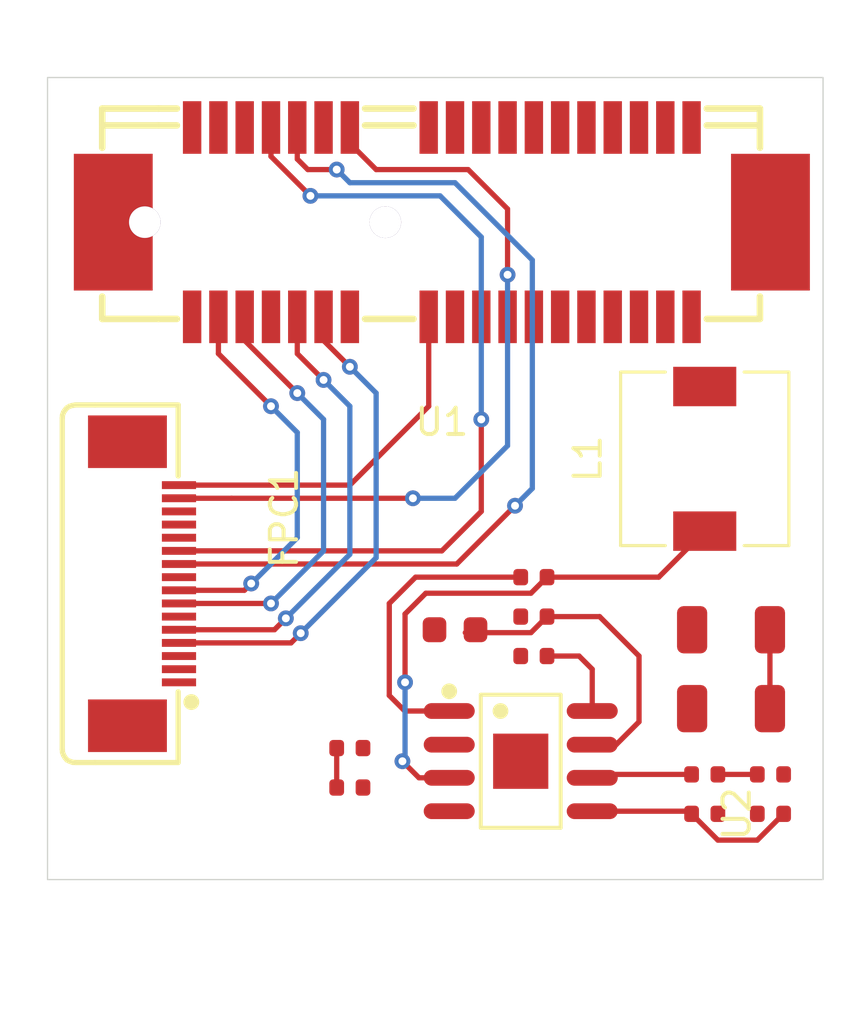
<source format=kicad_pcb>
(kicad_pcb (version 20241229) (generator "pcbnew") (generator_version "9.0")
  (title_block (title "Equip-1 PCIe Connector") (date "2025-09-09") (company "Computer Equipment Group"))
  (layers (0 "F.Cu" signal) (4 "In1.Cu" signal) (6 "In2.Cu" signal) (2 "B.Cu" signal) (13 "F.Paste" user) (15 "B.Paste" user) (5 "F.SilkS" user "F.Silkscreen") (7 "B.SilkS" user "B.Silkscreen") (1 "F.Mask" user) (3 "B.Mask" user) (25 "Edge.Cuts" user))
  (net 0 "")
  (net 1 "+5V")
  (net 2 "Net-(U2-EN)")
  (net 3 "Net-(U2-SS)")
  (net 4 "GND")
  (net 5 "Net-(C3-Pad2)")
  (net 6 "Net-(U2-COMP)")
  (net 7 "Net-(U2-BOOT)")
  (net 8 "Net-(U2-SW)")
  (net 9 "+3.3V")
  (net 10 "/PCIE_TX_P")
  (net 12 "/PCIE_PWR_EN")
  (net 13 "/PCIE_TX_N")
  (net 14 "/PCIE_RX_N")
  (net 15 "/PCIE_DET_WAKE")
  (net 16 "/PCIE_CLK_N")
  (net 17 "/PCIE_CLK_P")
  (net 18 "/PCIE_RST_B")
  (net 19 "/PCIE_RX_P")
  (net 21 "/PCIE_CLKREQ_N")
  (net 22 "Net-(U2-FB)")
  (net 35 "Net-(C1-Pad2)")
  (net 36 "Net-(C5-Pad2)")
  (footprint "PCM_JLCPCB:C_0402" (layer "F.Cu") (at 39 47.5)
    (property "Reference" "C6" (hide yes))
    (property "Value" "10uF")
    (pad "1" smd roundrect (at -0.5 0) (size 0.56 0.62) (layers "F.Cu" "F.Mask" "F.Paste") (net 35 "Net-(C1-Pad2)"))
    (pad "2" smd roundrect (at 0.5 0) (size 0.56 0.62) (layers "F.Cu" "F.Mask" "F.Paste") (net 4 "GND"))
  )
  (footprint "Inductor_SMD:L_6.3x6.3_H3" (layer "F.Cu") (at 52.5 35 90)
    (property "Reference" "L1" (at 0 -4.45 90) (layer "F.SilkS"))
    (property "Value" "10µH")
    (fp_line (start 3.3 -3.2) (end 3.3 -1.5) (stroke (width 0.12)) (layer "F.SilkS"))
    (fp_line (start -3.3 -3.2) (end 3.3 -3.2) (stroke (width 0.12)) (layer "F.SilkS"))
    (fp_line (start -3.3 -1.5) (end -3.3 -3.2) (stroke (width 0.12)) (layer "F.SilkS"))
    (fp_line (start 3.3 1.5) (end 3.3 3.2) (stroke (width 0.12)) (layer "F.SilkS"))
    (fp_line (start 3.3 3.2) (end -3.3 3.2) (stroke (width 0.12)) (layer "F.SilkS"))
    (fp_line (start -3.3 3.2) (end -3.3 1.5) (stroke (width 0.12)) (layer "F.SilkS"))
    (pad "1" smd rect (at -2.75 0 90) (size 1.5 2.4) (layers "F.Cu" "F.Mask" "F.Paste") (net 8 "Net-(U2-SW)"))
    (pad "2" smd rect (at 2.75 0 90) (size 1.5 2.4) (layers "F.Cu" "F.Mask" "F.Paste") (net 9 "+3.3V"))
  )
  (footprint "easyeda2kicad:FPC-SMD_16P-P0.50_AFC07-S16ECC-00" (layer "F.Cu") (at 31.52 39.75 -90)
    (property "Reference" "FPC1" (at -2.5 -4.98 90) (layer "F.SilkS"))
    (property "Value" "FPC-0.5MM-16P-Slide-Lock-Top-Contact")
    (fp_line (start 6.3 3.46) (end -6.3 3.46) (stroke (width 0.2)) (layer "F.SilkS"))
    (fp_line (start 6.3 3.46) (end 6.41 3.45) (stroke (width 0.2)) (layer "F.SilkS"))
    (fp_line (start -6.41 3.45) (end -6.3 3.46) (stroke (width 0.2)) (layer "F.SilkS"))
    (fp_line (start 6.41 3.45) (end 6.52 3.41) (stroke (width 0.2)) (layer "F.SilkS"))
    (fp_line (start -6.52 3.41) (end -6.41 3.45) (stroke (width 0.2)) (layer "F.SilkS"))
    (fp_line (start 6.52 3.41) (end 6.62 3.35) (stroke (width 0.2)) (layer "F.SilkS"))
    (fp_line (start -6.61 3.35) (end -6.52 3.41) (stroke (width 0.2)) (layer "F.SilkS"))
    (fp_line (start 6.62 3.35) (end 6.7 3.28) (stroke (width 0.2)) (layer "F.SilkS"))
    (fp_line (start -6.69 3.28) (end -6.61 3.35) (stroke (width 0.2)) (layer "F.SilkS"))
    (fp_line (start 6.7 3.28) (end 6.75 3.18) (stroke (width 0.2)) (layer "F.SilkS"))
    (fp_line (start -6.75 3.18) (end -6.69 3.28) (stroke (width 0.2)) (layer "F.SilkS"))
    (fp_line (start 6.75 3.18) (end 6.79 3.07) (stroke (width 0.2)) (layer "F.SilkS"))
    (fp_line (start -6.78 3.07) (end -6.75 3.18) (stroke (width 0.2)) (layer "F.SilkS"))
    (fp_line (start 6.79 3.07) (end 6.8 2.96) (stroke (width 0.2)) (layer "F.SilkS"))
    (fp_line (start -6.8 2.96) (end -6.78 3.07) (stroke (width 0.2)) (layer "F.SilkS"))
    (fp_line (start 6.8 2.96) (end 6.8 2.21) (stroke (width 0.2)) (layer "F.SilkS"))
    (fp_line (start -6.8 2.21) (end -6.8 2.96) (stroke (width 0.2)) (layer "F.SilkS"))
    (fp_line (start -6.8 2.21) (end -6.8 -0.95) (stroke (width 0.2)) (layer "F.SilkS"))
    (fp_line (start 6.8 2.21) (end 6.8 -0.95) (stroke (width 0.2)) (layer "F.SilkS"))
    (fp_line (start -6.8 -0.95) (end -4.1 -0.95) (stroke (width 0.2)) (layer "F.SilkS"))
    (fp_line (start 4.11 -0.95) (end 6.75 -0.95) (stroke (width 0.2)) (layer "F.SilkS"))
    (fp_arc (start 4.35 -1.46) (mid 4.65025 -1.445005) (end 4.349667 -1.449984) (stroke (width 0.3)) (layer "F.SilkS"))
    (pad "1" smd rect (at 3.75 -0.98 90) (size 0.3 1.3) (layers "F.Cu" "F.Mask" "F.Paste") (net 1 "+5V"))
    (pad "2" smd rect (at 3.25 -0.98 90) (size 0.3 1.3) (layers "F.Cu" "F.Mask" "F.Paste") (net 1 "+5V"))
    (pad "3" smd rect (at 2.75 -0.98 90) (size 0.3 1.3) (layers "F.Cu" "F.Mask" "F.Paste") (net 4 "GND"))
    (pad "4" smd rect (at 2.25 -0.98 90) (size 0.3 1.3) (layers "F.Cu" "F.Mask" "F.Paste") (net 17 "/PCIE_CLK_P"))
    (pad "5" smd rect (at 1.75 -0.98 90) (size 0.3 1.3) (layers "F.Cu" "F.Mask" "F.Paste") (net 16 "/PCIE_CLK_N"))
    (pad "6" smd rect (at 1.25 -0.98 90) (size 0.3 1.3) (layers "F.Cu" "F.Mask" "F.Paste") (net 4 "GND"))
    (pad "7" smd rect (at 0.75 -0.98 90) (size 0.3 1.3) (layers "F.Cu" "F.Mask" "F.Paste") (net 19 "/PCIE_RX_P"))
    (pad "8" smd rect (at 0.25 -0.98 90) (size 0.3 1.3) (layers "F.Cu" "F.Mask" "F.Paste") (net 14 "/PCIE_RX_N"))
    (pad "9" smd rect (at -0.25 -0.98 90) (size 0.3 1.3) (layers "F.Cu" "F.Mask" "F.Paste") (net 4 "GND"))
    (pad "10" smd rect (at -0.75 -0.98 90) (size 0.3 1.3) (layers "F.Cu" "F.Mask" "F.Paste") (net 10 "/PCIE_TX_P"))
    (pad "11" smd rect (at -1.25 -0.98 90) (size 0.3 1.3) (layers "F.Cu" "F.Mask" "F.Paste") (net 13 "/PCIE_TX_N"))
    (pad "12" smd rect (at -1.75 -0.98 90) (size 0.3 1.3) (layers "F.Cu" "F.Mask" "F.Paste") (net 4 "GND"))
    (pad "13" smd rect (at -2.25 -0.98 90) (size 0.3 1.3) (layers "F.Cu" "F.Mask" "F.Paste") (net 12 "/PCIE_PWR_EN"))
    (pad "14" smd rect (at -2.75 -0.98 90) (size 0.3 1.3) (layers "F.Cu" "F.Mask" "F.Paste") (net 15 "/PCIE_DET_WAKE"))
    (pad "15" smd rect (at -3.25 -0.98 90) (size 0.3 1.3) (layers "F.Cu" "F.Mask" "F.Paste") (net 21 "/PCIE_CLKREQ_N"))
    (pad "16" smd rect (at -3.75 -0.98 90) (size 0.3 1.3) (layers "F.Cu" "F.Mask" "F.Paste") (net 18 "/PCIE_RST_B"))
    (pad "17" smd rect (at -5.4 0.98 270) (size 2 3) (layers "F.Cu" "F.Mask" "F.Paste"))
    (pad "18" smd rect (at 5.4 0.98 90) (size 2 3) (layers "F.Cu" "F.Mask" "F.Paste"))
  )
  (footprint "easyeda2kicad:CONN-SMD_X3113WVS-36-9TV01" (layer "F.Cu") (at 42.5 26 180)
    (property "Reference" "U1" (at 0 -7.6 0) (layer "F.SilkS"))
    (property "Value" "X3113WVS-36-9TV01")
    (fp_line (start 12.92 4.32) (end 10.78 4.32) (stroke (width 0.25)) (layer "F.SilkS"))
    (fp_line (start 12.92 3.68) (end 12.92 4.32) (stroke (width 0.25)) (layer "F.SilkS"))
    (fp_line (start 12.92 3.68) (end 10.78 3.68) (stroke (width 0.25)) (layer "F.SilkS"))
    (fp_line (start 12.92 2.83) (end 12.92 3.68) (stroke (width 0.25)) (layer "F.SilkS"))
    (fp_line (start 12.92 -3.68) (end 12.92 -2.83) (stroke (width 0.25)) (layer "F.SilkS"))
    (fp_line (start 10.78 4.32) (end 10.08 4.32) (stroke (width 0.25)) (layer "F.SilkS"))
    (fp_line (start 10.78 -3.68) (end 12.92 -3.68) (stroke (width 0.25)) (layer "F.SilkS"))
    (fp_line (start 10.78 -3.68) (end 10.08 -3.68) (stroke (width 0.25)) (layer "F.SilkS"))
    (fp_line (start 10.08 3.68) (end 10.78 3.68) (stroke (width 0.25)) (layer "F.SilkS"))
    (fp_line (start 2.92 4.32) (end 1.08 4.32) (stroke (width 0.25)) (layer "F.SilkS"))
    (fp_line (start 2.92 -3.68) (end 1.08 -3.68) (stroke (width 0.25)) (layer "F.SilkS"))
    (fp_line (start 1.08 3.68) (end 2.92 3.68) (stroke (width 0.25)) (layer "F.SilkS"))
    (fp_line (start -10.08 4.32) (end -12.1 4.32) (stroke (width 0.25)) (layer "F.SilkS"))
    (fp_line (start -10.08 -3.68) (end -12.1 -3.68) (stroke (width 0.25)) (layer "F.SilkS"))
    (fp_line (start -12.1 3.68) (end -10.08 3.68) (stroke (width 0.25)) (layer "F.SilkS"))
    (fp_line (start -12.1 3.68) (end -12.1 4.32) (stroke (width 0.25)) (layer "F.SilkS"))
    (fp_line (start -12.1 2.83) (end -12.1 3.68) (stroke (width 0.25)) (layer "F.SilkS"))
    (fp_line (start -12.1 -3.68) (end -12.1 -2.83) (stroke (width 0.25)) (layer "F.SilkS"))
    (pad "" thru_hole circle (at 2.15 0 180) (size 1.2 1.2) (drill 1.2) (layers "*.Cu" "*.Mask"))
    (pad "" thru_hole circle (at 11.3 0 180) (size 1.2 1.2) (drill 1.2) (layers "*.Cu" "*.Mask"))
    (pad "1" smd rect (at -9.5 -3.6 180) (size 0.7 2) (layers "F.Cu" "F.Mask" "F.Paste"))
    (pad "2" smd rect (at -8.5 -3.6 180) (size 0.7 2) (layers "F.Cu" "F.Mask" "F.Paste"))
    (pad "3" smd rect (at -7.5 -3.6 180) (size 0.7 2) (layers "F.Cu" "F.Mask" "F.Paste"))
    (pad "4" smd rect (at -6.5 -3.6 180) (size 0.7 2) (layers "F.Cu" "F.Mask" "F.Paste") (net 4 "GND"))
    (pad "5" smd rect (at -5.5 -3.6 180) (size 0.7 2) (layers "F.Cu" "F.Mask" "F.Paste") (net 9 "+3.3V"))
    (pad "6" smd rect (at -4.5 -3.6 180) (size 0.7 2) (layers "F.Cu" "F.Mask" "F.Paste") (net 9 "+3.3V"))
    (pad "7" smd rect (at -3.5 -3.6 180) (size 0.7 2) (layers "F.Cu" "F.Mask" "F.Paste"))
    (pad "8" smd rect (at -2.5 -3.6 180) (size 0.7 2) (layers "F.Cu" "F.Mask" "F.Paste") (net 9 "+3.3V"))
    (pad "9" smd rect (at -1.5 -3.6 180) (size 0.7 2) (layers "F.Cu" "F.Mask" "F.Paste") (net 9 "+3.3V"))
    (pad "10" smd rect (at -0.5 -3.6 180) (size 0.7 2) (layers "F.Cu" "F.Mask" "F.Paste") (net 9 "+3.3V"))
    (pad "11" smd rect (at 0.5 -3.6 180) (size 0.7 2) (layers "F.Cu" "F.Mask" "F.Paste") (net 18 "/PCIE_RST_B"))
    (pad "12" smd rect (at 3.5 -3.6 180) (size 0.7 2) (layers "F.Cu" "F.Mask" "F.Paste") (net 4 "GND"))
    (pad "13" smd rect (at 4.5 -3.6 180) (size 0.7 2) (layers "F.Cu" "F.Mask" "F.Paste") (net 17 "/PCIE_CLK_P"))
    (pad "14" smd rect (at 5.5 -3.6 180) (size 0.7 2) (layers "F.Cu" "F.Mask" "F.Paste") (net 16 "/PCIE_CLK_N"))
    (pad "15" smd rect (at 6.5 -3.6 180) (size 0.7 2) (layers "F.Cu" "F.Mask" "F.Paste") (net 4 "GND"))
    (pad "16" smd rect (at 7.5 -3.6 180) (size 0.7 2) (layers "F.Cu" "F.Mask" "F.Paste") (net 19 "/PCIE_RX_P"))
    (pad "17" smd rect (at 8.5 -3.6 180) (size 0.7 2) (layers "F.Cu" "F.Mask" "F.Paste") (net 14 "/PCIE_RX_N"))
    (pad "18" smd rect (at 9.5 -3.6 180) (size 0.7 2) (layers "F.Cu" "F.Mask" "F.Paste") (net 4 "GND"))
    (pad "19" smd rect (at -9.5 3.6 180) (size 0.7 2) (layers "F.Cu" "F.Mask" "F.Paste"))
    (pad "20" smd rect (at -8.5 3.6 180) (size 0.7 2) (layers "F.Cu" "F.Mask" "F.Paste"))
    (pad "21" smd rect (at -7.5 3.6 180) (size 0.7 2) (layers "F.Cu" "F.Mask" "F.Paste"))
    (pad "22" smd rect (at -6.5 3.6 180) (size 0.7 2) (layers "F.Cu" "F.Mask" "F.Paste") (net 4 "GND"))
    (pad "23" smd rect (at -5.5 3.6 180) (size 0.7 2) (layers "F.Cu" "F.Mask" "F.Paste"))
    (pad "24" smd rect (at -4.5 3.6 180) (size 0.7 2) (layers "F.Cu" "F.Mask" "F.Paste"))
    (pad "25" smd rect (at -3.5 3.6 180) (size 0.7 2) (layers "F.Cu" "F.Mask" "F.Paste") (net 4 "GND"))
    (pad "26" smd rect (at -2.5 3.6 180) (size 0.7 2) (layers "F.Cu" "F.Mask" "F.Paste") (net 9 "+3.3V"))
    (pad "27" smd rect (at -1.5 3.6 180) (size 0.7 2) (layers "F.Cu" "F.Mask" "F.Paste") (net 9 "+3.3V"))
    (pad "28" smd rect (at -0.5 3.6 180) (size 0.7 2) (layers "F.Cu" "F.Mask" "F.Paste") (net 9 "+3.3V"))
    (pad "29" smd rect (at 0.5 3.6 180) (size 0.7 2) (layers "F.Cu" "F.Mask" "F.Paste"))
    (pad "30" smd rect (at 3.5 3.6 180) (size 0.7 2) (layers "F.Cu" "F.Mask" "F.Paste") (net 21 "/PCIE_CLKREQ_N"))
    (pad "31" smd rect (at 4.5 3.6 180) (size 0.7 2) (layers "F.Cu" "F.Mask" "F.Paste") (net 4 "GND"))
    (pad "32" smd rect (at 5.5 3.6 180) (size 0.7 2) (layers "F.Cu" "F.Mask" "F.Paste") (net 10 "/PCIE_TX_P"))
    (pad "33" smd rect (at 6.5 3.6 180) (size 0.7 2) (layers "F.Cu" "F.Mask" "F.Paste") (net 13 "/PCIE_TX_N"))
    (pad "34" smd rect (at 7.5 3.6 180) (size 0.7 2) (layers "F.Cu" "F.Mask" "F.Paste") (net 4 "GND"))
    (pad "35" smd rect (at 8.5 3.6 180) (size 0.7 2) (layers "F.Cu" "F.Mask" "F.Paste"))
    (pad "36" smd rect (at 9.5 3.6 180) (size 0.7 2) (layers "F.Cu" "F.Mask" "F.Paste") (net 4 "GND"))
    (pad "37" smd rect (at -12.5 0 180) (size 3 5.2) (layers "F.Cu" "F.Mask" "F.Paste"))
    (pad "37" smd rect (at 12.5 0 180) (size 3 5.2) (layers "F.Cu" "F.Mask" "F.Paste"))
  )
  (footprint "PCM_JLCPCB:C_1206" (layer "F.Cu") (at 53.5 44.5)
    (property "Reference" "C5" (hide yes))
    (property "Value" "22uF")
    (pad "1" smd roundrect (at -1.48 0) (size 1.15 1.8) (layers "F.Cu" "F.Mask" "F.Paste") (roundrect_rratio 0.217391) (net 9 "+3.3V"))
    (pad "2" smd roundrect (at 1.48 0) (size 1.15 1.8) (layers "F.Cu" "F.Mask" "F.Paste") (roundrect_rratio 0.217391) (net 36 "Net-(C5-Pad2)"))
  )
  (footprint "PCM_JLCPCB:C_0402" (layer "F.Cu") (at 39 46 180)
    (property "Reference" "C1" (hide yes))
    (property "Value" "10uF")
    (pad "1" smd roundrect (at -0.5 0 180) (size 0.56 0.62) (layers "F.Cu" "F.Mask" "F.Paste") (net 1 "+5V"))
    (pad "2" smd roundrect (at 0.5 0 180) (size 0.56 0.62) (layers "F.Cu" "F.Mask" "F.Paste") (net 35 "Net-(C1-Pad2)"))
  )
  (footprint "easyeda2kicad:SOIC-8_L4.9-W3.9-P1.27-LS6.0-BL-EP2.1" (layer "F.Cu") (at 45.5 46.5 -90)
    (property "Reference" "U2" (at 2 -8.22 90) (layer "F.SilkS"))
    (property "Value" "RT8250GSP")
    (fp_line (start -2.53 1.52) (end -2.53 -1.52) (stroke (width 0.15)) (layer "F.SilkS"))
    (fp_line (start 2.53 1.52) (end -2.53 1.52) (stroke (width 0.15)) (layer "F.SilkS"))
    (fp_line (start -2.53 -1.52) (end 2.53 -1.52) (stroke (width 0.15)) (layer "F.SilkS"))
    (fp_line (start 2.53 -1.52) (end 2.53 1.52) (stroke (width 0.15)) (layer "F.SilkS"))
    (fp_circle (center -2.66 2.72) (end -2.51 2.72) (stroke (width 0.3)) (fill no) (layer "F.SilkS"))
    (fp_circle (center -1.91 0.77) (end -1.76 0.77) (stroke (width 0.3)) (fill no) (layer "F.SilkS"))
    (pad "1" smd oval (at -1.91 2.72 270) (size 0.6 1.94) (layers "F.Cu" "F.Mask" "F.Paste") (net 7 "Net-(U2-BOOT)"))
    (pad "2" smd oval (at -0.63 2.72 270) (size 0.6 1.94) (layers "F.Cu" "F.Mask" "F.Paste") (net 1 "+5V"))
    (pad "3" smd oval (at 0.63 2.72 270) (size 0.6 1.94) (layers "F.Cu" "F.Mask" "F.Paste") (net 8 "Net-(U2-SW)"))
    (pad "4" smd oval (at 1.9 2.72 270) (size 0.6 1.94) (layers "F.Cu" "F.Mask" "F.Paste") (net 4 "GND"))
    (pad "5" smd oval (at 1.9 -2.72 270) (size 0.6 1.94) (layers "F.Cu" "F.Mask" "F.Paste") (net 22 "Net-(U2-FB)"))
    (pad "6" smd oval (at 0.63 -2.72 270) (size 0.6 1.94) (layers "F.Cu" "F.Mask" "F.Paste") (net 6 "Net-(U2-COMP)"))
    (pad "7" smd oval (at -0.63 -2.72 270) (size 0.6 1.94) (layers "F.Cu" "F.Mask" "F.Paste") (net 2 "Net-(U2-EN)"))
    (pad "8" smd oval (at -1.91 -2.72 270) (size 0.6 1.94) (layers "F.Cu" "F.Mask" "F.Paste") (net 3 "Net-(U2-SS)"))
    (pad "9" smd rect (at 0 0 270) (size 2.1 2.1) (layers "F.Cu" "F.Mask" "F.Paste") (net 4 "GND"))
  )
  (footprint "PCM_JLCPCB:R_0402" (layer "F.Cu") (at 52.5 48.5)
    (property "Reference" "R4" (hide yes))
    (property "Value" "10kΩ" (hide yes))
    (pad "1" smd roundrect (at -0.5 0) (size 0.56 0.62) (layers "F.Cu" "F.Mask" "F.Paste") (net 22 "Net-(U2-FB)"))
    (pad "2" smd roundrect (at 0.5 0) (size 0.56 0.62) (layers "F.Cu" "F.Mask" "F.Paste") (net 4 "GND"))
  )
  (footprint "PCM_JLCPCB:R_0402" (layer "F.Cu") (at 46 41)
    (property "Reference" "R1" (hide yes))
    (property "Value" "100kΩ" (hide yes))
    (pad "1" smd roundrect (at -0.5 0) (size 0.56 0.62) (layers "F.Cu" "F.Mask" "F.Paste") (net 1 "+5V"))
    (pad "2" smd roundrect (at 0.5 0) (size 0.56 0.62) (layers "F.Cu" "F.Mask" "F.Paste") (net 2 "Net-(U2-EN)"))
  )
  (footprint "PCM_JLCPCB:C_0402" (layer "F.Cu") (at 46 42.5 180)
    (property "Reference" "C2" (hide yes))
    (property "Value" "100nF")
    (pad "1" smd roundrect (at -0.5 0 180) (size 0.56 0.62) (layers "F.Cu" "F.Mask" "F.Paste") (net 3 "Net-(U2-SS)"))
    (pad "2" smd roundrect (at 0.5 0 180) (size 0.56 0.62) (layers "F.Cu" "F.Mask" "F.Paste") (net 4 "GND"))
  )
  (footprint "PCM_JLCPCB:C_0402" (layer "F.Cu") (at 46 39.5 180)
    (property "Reference" "C4" (hide yes))
    (property "Value" "10nF")
    (pad "1" smd roundrect (at -0.5 0 180) (size 0.56 0.62) (layers "F.Cu" "F.Mask" "F.Paste") (net 8 "Net-(U2-SW)"))
    (pad "2" smd roundrect (at 0.5 0 180) (size 0.56 0.62) (layers "F.Cu" "F.Mask" "F.Paste") (net 7 "Net-(U2-BOOT)"))
  )
  (footprint "PCM_JLCPCB:C_0603" (layer "F.Cu") (at 43 41.5)
    (property "Reference" "C1" (hide yes))
    (property "Value" "10uF")
    (pad "1" smd roundrect (at -0.78 0) (size 0.9 0.95) (layers "F.Cu" "F.Mask" "F.Paste") (net 1 "+5V"))
    (pad "2" smd roundrect (at 0.78 0) (size 0.9 0.95) (layers "F.Cu" "F.Mask" "F.Paste") (net 2 "Net-(U2-EN)"))
  )
  (footprint "PCM_JLCPCB:C_1206" (layer "F.Cu") (at 53.5 41.5 180)
    (property "Reference" "C7" (hide yes))
    (property "Value" "22uF")
    (pad "1" smd roundrect (at -1.48 0 180) (size 1.15 1.8) (layers "F.Cu" "F.Mask" "F.Paste") (roundrect_rratio 0.217391) (net 36 "Net-(C5-Pad2)"))
    (pad "2" smd roundrect (at 1.48 0 180) (size 1.15 1.8) (layers "F.Cu" "F.Mask" "F.Paste") (roundrect_rratio 0.217391) (net 4 "GND"))
  )
  (footprint "PCM_JLCPCB:R_0402" (layer "F.Cu") (at 55 48.5)
    (property "Reference" "R3" (hide yes))
    (property "Value" "26.1kΩ" (hide yes))
    (pad "1" smd roundrect (at -0.5 0) (size 0.56 0.62) (layers "F.Cu" "F.Mask" "F.Paste") (net 9 "+3.3V"))
    (pad "2" smd roundrect (at 0.5 0) (size 0.56 0.62) (layers "F.Cu" "F.Mask" "F.Paste") (net 22 "Net-(U2-FB)"))
  )
  (footprint "PCM_JLCPCB:R_0402" (layer "F.Cu") (at 55 47)
    (property "Reference" "R2" (hide yes))
    (property "Value" "6.8kΩ" (hide yes))
    (pad "1" smd roundrect (at -0.5 0) (size 0.56 0.62) (layers "F.Cu" "F.Mask" "F.Paste") (net 5 "Net-(C3-Pad2)"))
    (pad "2" smd roundrect (at 0.5 0) (size 0.56 0.62) (layers "F.Cu" "F.Mask" "F.Paste") (net 4 "GND"))
  )
  (footprint "PCM_JLCPCB:C_0402" (layer "F.Cu") (at 52.5 47)
    (property "Reference" "C3" (hide yes))
    (property "Value" "4.7nF")
    (pad "1" smd roundrect (at -0.5 0) (size 0.56 0.62) (layers "F.Cu" "F.Mask" "F.Paste") (net 6 "Net-(U2-COMP)"))
    (pad "2" smd roundrect (at 0.5 0) (size 0.56 0.62) (layers "F.Cu" "F.Mask" "F.Paste") (net 5 "Net-(C3-Pad2)"))
  )
  (gr_rect (start 27.5 20.5) (end 57 51) (stroke (width 0.05)) (fill no) (layer "Edge.Cuts"))
  (segment (start 50 42.5) (end 50 45) (width 0.2) (layer "F.Cu") (net 2))
  (segment (start 46.5 41) (end 48.5 41) (width 0.2) (layer "F.Cu") (net 2))
  (segment (start 50 45) (end 49.13 45.87) (width 0.2) (layer "F.Cu") (net 2))
  (segment (start 49.13 45.87) (end 48.22 45.87) (width 0.2) (layer "F.Cu") (net 2))
  (segment (start 48.5 41) (end 50 42.5) (width 0.2) (layer "F.Cu") (net 2))
  (segment (start 45.889 41.611) (end 46.5 41) (width 0.2) (layer "F.Cu") (net 2))
  (segment (start 43.78 41.5) (end 43.891 41.611) (width 0.2) (layer "F.Cu") (net 2))
  (segment (start 43.391 41.611) (end 45.889 41.611) (width 0.2) (layer "F.Cu") (net 2))
  (segment (start 48.22 43) (end 48.22 44.59) (width 0.2) (layer "F.Cu") (net 3))
  (segment (start 46.5 42.5) (end 47.72 42.5) (width 0.2) (layer "F.Cu") (net 3))
  (segment (start 47.72 42.5) (end 48.22 43) (width 0.2) (layer "F.Cu") (net 3))
  (segment (start 54.5 47) (end 53 47) (width 0.2) (layer "F.Cu") (net 5))
  (segment (start 51.87 47.13) (end 52 47) (width 0.2) (layer "F.Cu") (net 6))
  (segment (start 52 47) (end 48.35 47) (width 0.2) (layer "F.Cu") (net 6))
  (segment (start 48.35 47) (end 48.22 47.13) (width 0.2) (layer "F.Cu") (net 6))
  (segment (start 41.09 44.59) (end 42.78 44.59) (width 0.2) (layer "F.Cu") (net 7))
  (segment (start 41.5 39.5) (end 40.5 40.5) (width 0.2) (layer "F.Cu") (net 7))
  (segment (start 40.5 40.5) (end 40.5 44) (width 0.2) (layer "F.Cu") (net 7))
  (segment (start 45.5 39.5) (end 41.5 39.5) (width 0.2) (layer "F.Cu") (net 7))
  (segment (start 40.5 44) (end 41.09 44.59) (width 0.2) (layer "F.Cu") (net 7))
  (segment (start 41.63 47.13) (end 41 46.5) (width 0.2) (layer "F.Cu") (net 8))
  (segment (start 41.889 40.111) (end 45.889 40.111) (width 0.2) (layer "F.Cu") (net 8))
  (segment (start 42.78 47.13) (end 41.63 47.13) (width 0.2) (layer "F.Cu") (net 8))
  (segment (start 41.1 40.9) (end 41.1 43.5) (width 0.2) (layer "F.Cu") (net 8))
  (segment (start 41.889 40.111) (end 41.1 40.9) (width 0.2) (layer "F.Cu") (net 8))
  (segment (start 50.75 39.5) (end 46.5 39.5) (width 0.2) (layer "F.Cu") (net 8))
  (segment (start 52.5 37.75) (end 50.75 39.5) (width 0.2) (layer "F.Cu") (net 8))
  (segment (start 45.889 40.111) (end 46.5 39.5) (width 0.2) (layer "F.Cu") (net 8))
  (via (at 41 46.5) (size 0.6) (drill 0.3) (layers "F.Cu" "B.Cu") (net 8))
  (via (at 41.1 43.5) (size 0.6) (drill 0.3) (layers "F.Cu" "B.Cu") (net 8))
  (segment (start 41.1 43.5) (end 41.1 46.4) (width 0.2) (layer "B.Cu") (net 8))
  (segment (start 41.1 46.4) (end 41 46.5) (width 0.2) (layer "B.Cu") (net 8))
  (segment (start 43.0671 39) (end 45.28355 36.78355) (width 0.2) (layer "F.Cu") (net 10))
  (segment (start 37 23.6) (end 37 22.4) (width 0.2) (layer "F.Cu") (net 10))
  (segment (start 38.5 24) (end 37.4 24) (width 0.2) (layer "F.Cu") (net 10))
  (segment (start 37.4 24) (end 37 23.6) (width 0.2) (layer "F.Cu") (net 10))
  (segment (start 32.5 39) (end 43.0671 39) (width 0.2) (layer "F.Cu") (net 10))
  (via (at 38.5 24) (size 0.6) (drill 0.3) (layers "F.Cu" "B.Cu") (net 10))
  (via (at 45.28355 36.78355) (size 0.6) (drill 0.3) (layers "F.Cu" "B.Cu") (net 10))
  (segment (start 45.941523 27.441523) (end 43 24.5) (width 0.2) (layer "B.Cu") (net 10))
  (segment (start 39 24.5) (end 38.5 24) (width 0.2) (layer "B.Cu") (net 10))
  (segment (start 43 24.5) (end 39 24.5) (width 0.2) (layer "B.Cu") (net 10))
  (segment (start 45.28355 36.78355) (end 45.941523 36.125577) (width 0.2) (layer "B.Cu") (net 10))
  (segment (start 45.941523 36.125577) (end 45.941523 27.441523) (width 0.2) (layer "B.Cu") (net 10))
  (segment (start 32.5 38.5) (end 42.5 38.5) (width 0.2) (layer "F.Cu") (net 13))
  (segment (start 37.5 25) (end 36 23.5) (width 0.2) (layer "F.Cu") (net 13))
  (segment (start 42.5 38.5) (end 44 37) (width 0.2) (layer "F.Cu") (net 13))
  (segment (start 44 37) (end 44 33.5) (width 0.2) (layer "F.Cu") (net 13))
  (segment (start 36 23.5) (end 36 22.4) (width 0.2) (layer "F.Cu") (net 13))
  (via (at 44 33.5) (size 0.6) (drill 0.3) (layers "F.Cu" "B.Cu") (net 13))
  (via (at 37.5 25) (size 0.6) (drill 0.3) (layers "F.Cu" "B.Cu") (net 13))
  (segment (start 44 33.5) (end 44 26.5671) (width 0.2) (layer "B.Cu") (net 13))
  (segment (start 44 26.5671) (end 42.4329 25) (width 0.2) (layer "B.Cu") (net 13))
  (segment (start 42.4329 25) (end 37.5 25) (width 0.2) (layer "B.Cu") (net 13))
  (segment (start 32.5 40) (end 34.988068 40) (width 0.2) (layer "F.Cu") (net 14))
  (segment (start 36 33) (end 34 31) (width 0.2) (layer "F.Cu") (net 14))
  (segment (start 34 31) (end 34 29.6) (width 0.2) (layer "F.Cu") (net 14))
  (segment (start 34.988068 40) (end 35.247017 39.741051) (width 0.2) (layer "F.Cu") (net 14))
  (via (at 36 33) (size 0.6) (drill 0.3) (layers "F.Cu" "B.Cu") (net 14))
  (via (at 35.247017 39.741051) (size 0.6) (drill 0.3) (layers "F.Cu" "B.Cu") (net 14))
  (segment (start 35.247017 39.741051) (end 35.258949 39.741051) (width 0.2) (layer "B.Cu") (net 14))
  (segment (start 37 38) (end 37 34) (width 0.2) (layer "B.Cu") (net 14))
  (segment (start 35.258949 39.741051) (end 37 38) (width 0.2) (layer "B.Cu") (net 14))
  (segment (start 37 34) (end 36 33) (width 0.2) (layer "B.Cu") (net 14))
  (segment (start 32.5 41.5) (end 36.131374 41.5) (width 0.2) (layer "F.Cu") (net 16))
  (segment (start 38 32) (end 37 31) (width 0.2) (layer "F.Cu") (net 16))
  (segment (start 37 31) (end 37 29.6) (width 0.2) (layer "F.Cu") (net 16))
  (segment (start 36.131374 41.5) (end 36.565687 41.065687) (width 0.2) (layer "F.Cu") (net 16))
  (via (at 36.565687 41.065687) (size 0.6) (drill 0.3) (layers "F.Cu" "B.Cu") (net 16))
  (via (at 38 32) (size 0.6) (drill 0.3) (layers "F.Cu" "B.Cu") (net 16))
  (segment (start 39 33) (end 39 38.631374) (width 0.2) (layer "B.Cu") (net 16))
  (segment (start 38 32) (end 39 33) (width 0.2) (layer "B.Cu") (net 16))
  (segment (start 39 38.631374) (end 36.565687 41.065687) (width 0.2) (layer "B.Cu") (net 16))
  (segment (start 36.762748 42) (end 37.131374 41.631374) (width 0.2) (layer "F.Cu") (net 17))
  (segment (start 32.5 42) (end 36.762748 42) (width 0.2) (layer "F.Cu") (net 17))
  (segment (start 39 31.5) (end 38 30.5) (width 0.2) (layer "F.Cu") (net 17))
  (segment (start 38 30.5) (end 38 29.6) (width 0.2) (layer "F.Cu") (net 17))
  (via (at 37.131374 41.631374) (size 0.6) (drill 0.3) (layers "F.Cu" "B.Cu") (net 17))
  (via (at 39 31.5) (size 0.6) (drill 0.3) (layers "F.Cu" "B.Cu") (net 17))
  (segment (start 40 32.5) (end 40 38.762748) (width 0.2) (layer "B.Cu") (net 17))
  (segment (start 40 32.5) (end 39 31.5) (width 0.2) (layer "B.Cu") (net 17))
  (segment (start 40 38.762748) (end 37.131374 41.631374) (width 0.2) (layer "B.Cu") (net 17))
  (segment (start 42 33) (end 42 29.6) (width 0.2) (layer "F.Cu") (net 18))
  (segment (start 39 36) (end 42 33) (width 0.2) (layer "F.Cu") (net 18))
  (segment (start 32.5 36) (end 39 36) (width 0.2) (layer "F.Cu") (net 18))
  (segment (start 37 32.5) (end 35 30.5) (width 0.2) (layer "F.Cu") (net 19))
  (segment (start 35 30.5) (end 35 29.6) (width 0.2) (layer "F.Cu") (net 19))
  (segment (start 36 40.5) (end 32.5 40.5) (width 0.2) (layer "F.Cu") (net 19))
  (via (at 37 32.5) (size 0.6) (drill 0.3) (layers "F.Cu" "B.Cu") (net 19))
  (via (at 36 40.5) (size 0.6) (drill 0.3) (layers "F.Cu" "B.Cu") (net 19))
  (segment (start 38 33.5) (end 37 32.5) (width 0.2) (layer "B.Cu") (net 19))
  (segment (start 38 38.501215) (end 38 33.5) (width 0.2) (layer "B.Cu") (net 19))
  (segment (start 36.001215 40.5) (end 38 38.501215) (width 0.2) (layer "B.Cu") (net 19))
  (segment (start 36 40.5) (end 36.001215 40.5) (width 0.2) (layer "B.Cu") (net 19))
  (segment (start 45 28) (end 45 25.5) (width 0.2) (layer "F.Cu") (net 21))
  (segment (start 39 23) (end 39 22.4) (width 0.2) (layer "F.Cu") (net 21))
  (segment (start 32.5 36.5) (end 34.5 36.5) (width 0.2) (layer "F.Cu") (net 21))
  (segment (start 40 24) (end 39 23) (width 0.2) (layer "F.Cu") (net 21))
  (segment (start 45 25.5) (end 43.5 24) (width 0.2) (layer "F.Cu") (net 21))
  (segment (start 34.5 36.5) (end 40 36.5) (width 0.2) (layer "F.Cu") (net 21))
  (segment (start 43.5 24) (end 40 24) (width 0.2) (layer "F.Cu") (net 21))
  (segment (start 40 36.5) (end 41.399 36.5) (width 0.2) (layer "F.Cu") (net 21))
  (via (at 41.399 36.5) (size 0.6) (drill 0.3) (layers "F.Cu" "B.Cu") (net 21))
  (via (at 45 28) (size 0.6) (drill 0.3) (layers "F.Cu" "B.Cu") (net 21))
  (segment (start 45 28) (end 45 34.5) (width 0.2) (layer "B.Cu") (net 21))
  (segment (start 45 34.5) (end 43 36.5) (width 0.2) (layer "B.Cu") (net 21))
  (segment (start 43 36.5) (end 41.399 36.5) (width 0.2) (layer "B.Cu") (net 21))
  (segment (start 54.5 49.5) (end 55.5 48.5) (width 0.2) (layer "F.Cu") (net 22))
  (segment (start 52 48.5) (end 53 49.5) (width 0.2) (layer "F.Cu") (net 22))
  (segment (start 51.9 48.4) (end 52 48.5) (width 0.2) (layer "F.Cu") (net 22))
  (segment (start 48.22 48.4) (end 51.9 48.4) (width 0.2) (layer "F.Cu") (net 22))
  (segment (start 53 49.5) (end 54.5 49.5) (width 0.2) (layer "F.Cu") (net 22))
  (segment (start 38.5 46) (end 38.5 47.5) (width 0.2) (layer "F.Cu") (net 35))
  (segment (start 54.98 41.5) (end 54.98 44.5) (width 0.2) (layer "F.Cu") (net 36))
)
</source>
